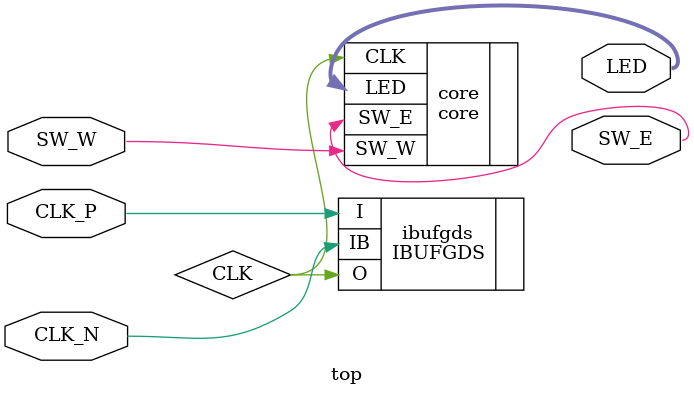
<source format=sv>
module top (
  input logic CLK_P,
  input logic CLK_N,
  input logic SW_W,
  output logic SW_E,
  output logic[7:0] LED
);
  logic CLK;
  IBUFGDS ibufgds(.I(CLK_P), .IB(CLK_N), .O(CLK));
  //clk_wiz_0 clk_wiz_0(.clk_in1(CLK_P),  .clk_out1(CLK));
  //assign LED[7]  =CLK2;
  //assign LED[7:0]= 8'b11010101;
  core  core(.CLK(CLK),.SW_W(SW_W),.SW_E(SW_E),.LED(LED));
endmodule

</source>
